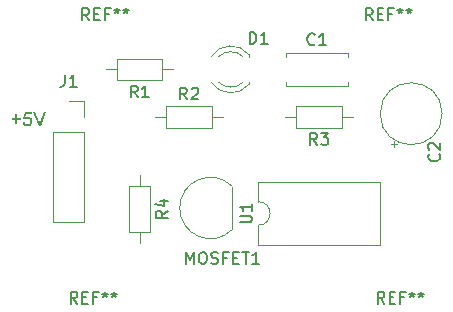
<source format=gbr>
%TF.GenerationSoftware,KiCad,Pcbnew,8.0.8*%
%TF.CreationDate,2025-01-21T12:15:44+05:30*%
%TF.ProjectId,555Timer,35353554-696d-4657-922e-6b696361645f,v1*%
%TF.SameCoordinates,Original*%
%TF.FileFunction,Legend,Top*%
%TF.FilePolarity,Positive*%
%FSLAX46Y46*%
G04 Gerber Fmt 4.6, Leading zero omitted, Abs format (unit mm)*
G04 Created by KiCad (PCBNEW 8.0.8) date 2025-01-21 12:15:44*
%MOMM*%
%LPD*%
G01*
G04 APERTURE LIST*
%ADD10C,0.125000*%
%ADD11C,0.150000*%
%ADD12C,0.120000*%
G04 APERTURE END LIST*
D10*
G36*
X77422930Y-62247179D02*
G01*
X77422930Y-61909538D01*
X77094082Y-61909538D01*
X77094082Y-61759475D01*
X77422930Y-61759475D01*
X77422930Y-61421833D01*
X77563028Y-61421833D01*
X77563028Y-61759475D01*
X77891877Y-61759475D01*
X77891877Y-61909538D01*
X77563028Y-61909538D01*
X77563028Y-62247179D01*
X77422930Y-62247179D01*
G37*
G36*
X78050146Y-62097116D02*
G01*
X78206071Y-62078358D01*
X78221343Y-62137675D01*
X78248458Y-62191419D01*
X78286378Y-62233110D01*
X78337307Y-62264545D01*
X78395573Y-62281471D01*
X78438492Y-62284695D01*
X78502303Y-62277425D01*
X78559644Y-62255614D01*
X78610517Y-62219264D01*
X78619916Y-62210249D01*
X78659019Y-62158787D01*
X78681830Y-62104345D01*
X78692909Y-62042207D01*
X78694068Y-62012120D01*
X78688411Y-61950092D01*
X78668856Y-61890363D01*
X78635334Y-61840309D01*
X78622554Y-61827179D01*
X78573718Y-61791476D01*
X78516239Y-61768996D01*
X78457118Y-61760070D01*
X78435854Y-61759475D01*
X78375716Y-61764468D01*
X78317258Y-61780898D01*
X78306308Y-61785560D01*
X78254944Y-61815528D01*
X78215743Y-61853264D01*
X78076524Y-61834506D01*
X78193468Y-61215497D01*
X78794598Y-61215497D01*
X78794598Y-61365560D01*
X78312170Y-61365560D01*
X78247103Y-61696167D01*
X78295195Y-61662363D01*
X78351427Y-61633897D01*
X78409015Y-61616274D01*
X78467958Y-61609497D01*
X78475422Y-61609412D01*
X78542294Y-61614685D01*
X78604427Y-61630505D01*
X78661818Y-61656872D01*
X78714470Y-61693786D01*
X78742428Y-61719614D01*
X78784911Y-61770729D01*
X78816960Y-61827902D01*
X78838575Y-61891135D01*
X78848796Y-61950156D01*
X78851458Y-62002741D01*
X78848099Y-62062933D01*
X78835689Y-62129173D01*
X78814135Y-62191121D01*
X78783436Y-62248777D01*
X78755910Y-62287332D01*
X78709298Y-62337434D01*
X78656731Y-62377169D01*
X78598208Y-62406539D01*
X78533729Y-62425543D01*
X78475447Y-62433462D01*
X78438492Y-62434757D01*
X78378746Y-62431512D01*
X78314434Y-62419520D01*
X78255928Y-62398693D01*
X78203229Y-62369031D01*
X78169141Y-62342434D01*
X78127884Y-62299039D01*
X78095154Y-62249893D01*
X78070951Y-62194998D01*
X78055275Y-62134352D01*
X78050146Y-62097116D01*
G37*
G36*
X79390160Y-62416000D02*
G01*
X78921800Y-61196739D01*
X79095017Y-61196739D01*
X79408918Y-62076893D01*
X79429353Y-62135365D01*
X79447795Y-62191751D01*
X79465947Y-62251955D01*
X79472519Y-62275316D01*
X79490963Y-62213371D01*
X79509031Y-62157573D01*
X79528490Y-62101728D01*
X79537585Y-62076893D01*
X79864089Y-61196739D01*
X80027341Y-61196739D01*
X79554291Y-62416000D01*
X79390160Y-62416000D01*
G37*
D11*
X82666666Y-77454819D02*
X82333333Y-76978628D01*
X82095238Y-77454819D02*
X82095238Y-76454819D01*
X82095238Y-76454819D02*
X82476190Y-76454819D01*
X82476190Y-76454819D02*
X82571428Y-76502438D01*
X82571428Y-76502438D02*
X82619047Y-76550057D01*
X82619047Y-76550057D02*
X82666666Y-76645295D01*
X82666666Y-76645295D02*
X82666666Y-76788152D01*
X82666666Y-76788152D02*
X82619047Y-76883390D01*
X82619047Y-76883390D02*
X82571428Y-76931009D01*
X82571428Y-76931009D02*
X82476190Y-76978628D01*
X82476190Y-76978628D02*
X82095238Y-76978628D01*
X83095238Y-76931009D02*
X83428571Y-76931009D01*
X83571428Y-77454819D02*
X83095238Y-77454819D01*
X83095238Y-77454819D02*
X83095238Y-76454819D01*
X83095238Y-76454819D02*
X83571428Y-76454819D01*
X84333333Y-76931009D02*
X84000000Y-76931009D01*
X84000000Y-77454819D02*
X84000000Y-76454819D01*
X84000000Y-76454819D02*
X84476190Y-76454819D01*
X85000000Y-76454819D02*
X85000000Y-76692914D01*
X84761905Y-76597676D02*
X85000000Y-76692914D01*
X85000000Y-76692914D02*
X85238095Y-76597676D01*
X84857143Y-76883390D02*
X85000000Y-76692914D01*
X85000000Y-76692914D02*
X85142857Y-76883390D01*
X85761905Y-76454819D02*
X85761905Y-76692914D01*
X85523810Y-76597676D02*
X85761905Y-76692914D01*
X85761905Y-76692914D02*
X86000000Y-76597676D01*
X85619048Y-76883390D02*
X85761905Y-76692914D01*
X85761905Y-76692914D02*
X85904762Y-76883390D01*
X108666666Y-77454819D02*
X108333333Y-76978628D01*
X108095238Y-77454819D02*
X108095238Y-76454819D01*
X108095238Y-76454819D02*
X108476190Y-76454819D01*
X108476190Y-76454819D02*
X108571428Y-76502438D01*
X108571428Y-76502438D02*
X108619047Y-76550057D01*
X108619047Y-76550057D02*
X108666666Y-76645295D01*
X108666666Y-76645295D02*
X108666666Y-76788152D01*
X108666666Y-76788152D02*
X108619047Y-76883390D01*
X108619047Y-76883390D02*
X108571428Y-76931009D01*
X108571428Y-76931009D02*
X108476190Y-76978628D01*
X108476190Y-76978628D02*
X108095238Y-76978628D01*
X109095238Y-76931009D02*
X109428571Y-76931009D01*
X109571428Y-77454819D02*
X109095238Y-77454819D01*
X109095238Y-77454819D02*
X109095238Y-76454819D01*
X109095238Y-76454819D02*
X109571428Y-76454819D01*
X110333333Y-76931009D02*
X110000000Y-76931009D01*
X110000000Y-77454819D02*
X110000000Y-76454819D01*
X110000000Y-76454819D02*
X110476190Y-76454819D01*
X111000000Y-76454819D02*
X111000000Y-76692914D01*
X110761905Y-76597676D02*
X111000000Y-76692914D01*
X111000000Y-76692914D02*
X111238095Y-76597676D01*
X110857143Y-76883390D02*
X111000000Y-76692914D01*
X111000000Y-76692914D02*
X111142857Y-76883390D01*
X111761905Y-76454819D02*
X111761905Y-76692914D01*
X111523810Y-76597676D02*
X111761905Y-76692914D01*
X111761905Y-76692914D02*
X112000000Y-76597676D01*
X111619048Y-76883390D02*
X111761905Y-76692914D01*
X111761905Y-76692914D02*
X111904762Y-76883390D01*
X107666666Y-53454819D02*
X107333333Y-52978628D01*
X107095238Y-53454819D02*
X107095238Y-52454819D01*
X107095238Y-52454819D02*
X107476190Y-52454819D01*
X107476190Y-52454819D02*
X107571428Y-52502438D01*
X107571428Y-52502438D02*
X107619047Y-52550057D01*
X107619047Y-52550057D02*
X107666666Y-52645295D01*
X107666666Y-52645295D02*
X107666666Y-52788152D01*
X107666666Y-52788152D02*
X107619047Y-52883390D01*
X107619047Y-52883390D02*
X107571428Y-52931009D01*
X107571428Y-52931009D02*
X107476190Y-52978628D01*
X107476190Y-52978628D02*
X107095238Y-52978628D01*
X108095238Y-52931009D02*
X108428571Y-52931009D01*
X108571428Y-53454819D02*
X108095238Y-53454819D01*
X108095238Y-53454819D02*
X108095238Y-52454819D01*
X108095238Y-52454819D02*
X108571428Y-52454819D01*
X109333333Y-52931009D02*
X109000000Y-52931009D01*
X109000000Y-53454819D02*
X109000000Y-52454819D01*
X109000000Y-52454819D02*
X109476190Y-52454819D01*
X110000000Y-52454819D02*
X110000000Y-52692914D01*
X109761905Y-52597676D02*
X110000000Y-52692914D01*
X110000000Y-52692914D02*
X110238095Y-52597676D01*
X109857143Y-52883390D02*
X110000000Y-52692914D01*
X110000000Y-52692914D02*
X110142857Y-52883390D01*
X110761905Y-52454819D02*
X110761905Y-52692914D01*
X110523810Y-52597676D02*
X110761905Y-52692914D01*
X110761905Y-52692914D02*
X111000000Y-52597676D01*
X110619048Y-52883390D02*
X110761905Y-52692914D01*
X110761905Y-52692914D02*
X110904762Y-52883390D01*
X83666666Y-53454819D02*
X83333333Y-52978628D01*
X83095238Y-53454819D02*
X83095238Y-52454819D01*
X83095238Y-52454819D02*
X83476190Y-52454819D01*
X83476190Y-52454819D02*
X83571428Y-52502438D01*
X83571428Y-52502438D02*
X83619047Y-52550057D01*
X83619047Y-52550057D02*
X83666666Y-52645295D01*
X83666666Y-52645295D02*
X83666666Y-52788152D01*
X83666666Y-52788152D02*
X83619047Y-52883390D01*
X83619047Y-52883390D02*
X83571428Y-52931009D01*
X83571428Y-52931009D02*
X83476190Y-52978628D01*
X83476190Y-52978628D02*
X83095238Y-52978628D01*
X84095238Y-52931009D02*
X84428571Y-52931009D01*
X84571428Y-53454819D02*
X84095238Y-53454819D01*
X84095238Y-53454819D02*
X84095238Y-52454819D01*
X84095238Y-52454819D02*
X84571428Y-52454819D01*
X85333333Y-52931009D02*
X85000000Y-52931009D01*
X85000000Y-53454819D02*
X85000000Y-52454819D01*
X85000000Y-52454819D02*
X85476190Y-52454819D01*
X86000000Y-52454819D02*
X86000000Y-52692914D01*
X85761905Y-52597676D02*
X86000000Y-52692914D01*
X86000000Y-52692914D02*
X86238095Y-52597676D01*
X85857143Y-52883390D02*
X86000000Y-52692914D01*
X86000000Y-52692914D02*
X86142857Y-52883390D01*
X86761905Y-52454819D02*
X86761905Y-52692914D01*
X86523810Y-52597676D02*
X86761905Y-52692914D01*
X86761905Y-52692914D02*
X87000000Y-52597676D01*
X86619048Y-52883390D02*
X86761905Y-52692914D01*
X86761905Y-52692914D02*
X86904762Y-52883390D01*
X96434819Y-70571904D02*
X97244342Y-70571904D01*
X97244342Y-70571904D02*
X97339580Y-70524285D01*
X97339580Y-70524285D02*
X97387200Y-70476666D01*
X97387200Y-70476666D02*
X97434819Y-70381428D01*
X97434819Y-70381428D02*
X97434819Y-70190952D01*
X97434819Y-70190952D02*
X97387200Y-70095714D01*
X97387200Y-70095714D02*
X97339580Y-70048095D01*
X97339580Y-70048095D02*
X97244342Y-70000476D01*
X97244342Y-70000476D02*
X96434819Y-70000476D01*
X97434819Y-69000476D02*
X97434819Y-69571904D01*
X97434819Y-69286190D02*
X96434819Y-69286190D01*
X96434819Y-69286190D02*
X96577676Y-69381428D01*
X96577676Y-69381428D02*
X96672914Y-69476666D01*
X96672914Y-69476666D02*
X96720533Y-69571904D01*
X90304819Y-69596666D02*
X89828628Y-69929999D01*
X90304819Y-70168094D02*
X89304819Y-70168094D01*
X89304819Y-70168094D02*
X89304819Y-69787142D01*
X89304819Y-69787142D02*
X89352438Y-69691904D01*
X89352438Y-69691904D02*
X89400057Y-69644285D01*
X89400057Y-69644285D02*
X89495295Y-69596666D01*
X89495295Y-69596666D02*
X89638152Y-69596666D01*
X89638152Y-69596666D02*
X89733390Y-69644285D01*
X89733390Y-69644285D02*
X89781009Y-69691904D01*
X89781009Y-69691904D02*
X89828628Y-69787142D01*
X89828628Y-69787142D02*
X89828628Y-70168094D01*
X89638152Y-68739523D02*
X90304819Y-68739523D01*
X89257200Y-68977618D02*
X89971485Y-69215713D01*
X89971485Y-69215713D02*
X89971485Y-68596666D01*
X102953333Y-63994819D02*
X102620000Y-63518628D01*
X102381905Y-63994819D02*
X102381905Y-62994819D01*
X102381905Y-62994819D02*
X102762857Y-62994819D01*
X102762857Y-62994819D02*
X102858095Y-63042438D01*
X102858095Y-63042438D02*
X102905714Y-63090057D01*
X102905714Y-63090057D02*
X102953333Y-63185295D01*
X102953333Y-63185295D02*
X102953333Y-63328152D01*
X102953333Y-63328152D02*
X102905714Y-63423390D01*
X102905714Y-63423390D02*
X102858095Y-63471009D01*
X102858095Y-63471009D02*
X102762857Y-63518628D01*
X102762857Y-63518628D02*
X102381905Y-63518628D01*
X103286667Y-62994819D02*
X103905714Y-62994819D01*
X103905714Y-62994819D02*
X103572381Y-63375771D01*
X103572381Y-63375771D02*
X103715238Y-63375771D01*
X103715238Y-63375771D02*
X103810476Y-63423390D01*
X103810476Y-63423390D02*
X103858095Y-63471009D01*
X103858095Y-63471009D02*
X103905714Y-63566247D01*
X103905714Y-63566247D02*
X103905714Y-63804342D01*
X103905714Y-63804342D02*
X103858095Y-63899580D01*
X103858095Y-63899580D02*
X103810476Y-63947200D01*
X103810476Y-63947200D02*
X103715238Y-63994819D01*
X103715238Y-63994819D02*
X103429524Y-63994819D01*
X103429524Y-63994819D02*
X103334286Y-63947200D01*
X103334286Y-63947200D02*
X103286667Y-63899580D01*
X91953333Y-60154819D02*
X91620000Y-59678628D01*
X91381905Y-60154819D02*
X91381905Y-59154819D01*
X91381905Y-59154819D02*
X91762857Y-59154819D01*
X91762857Y-59154819D02*
X91858095Y-59202438D01*
X91858095Y-59202438D02*
X91905714Y-59250057D01*
X91905714Y-59250057D02*
X91953333Y-59345295D01*
X91953333Y-59345295D02*
X91953333Y-59488152D01*
X91953333Y-59488152D02*
X91905714Y-59583390D01*
X91905714Y-59583390D02*
X91858095Y-59631009D01*
X91858095Y-59631009D02*
X91762857Y-59678628D01*
X91762857Y-59678628D02*
X91381905Y-59678628D01*
X92334286Y-59250057D02*
X92381905Y-59202438D01*
X92381905Y-59202438D02*
X92477143Y-59154819D01*
X92477143Y-59154819D02*
X92715238Y-59154819D01*
X92715238Y-59154819D02*
X92810476Y-59202438D01*
X92810476Y-59202438D02*
X92858095Y-59250057D01*
X92858095Y-59250057D02*
X92905714Y-59345295D01*
X92905714Y-59345295D02*
X92905714Y-59440533D01*
X92905714Y-59440533D02*
X92858095Y-59583390D01*
X92858095Y-59583390D02*
X92286667Y-60154819D01*
X92286667Y-60154819D02*
X92905714Y-60154819D01*
X87763333Y-59994819D02*
X87430000Y-59518628D01*
X87191905Y-59994819D02*
X87191905Y-58994819D01*
X87191905Y-58994819D02*
X87572857Y-58994819D01*
X87572857Y-58994819D02*
X87668095Y-59042438D01*
X87668095Y-59042438D02*
X87715714Y-59090057D01*
X87715714Y-59090057D02*
X87763333Y-59185295D01*
X87763333Y-59185295D02*
X87763333Y-59328152D01*
X87763333Y-59328152D02*
X87715714Y-59423390D01*
X87715714Y-59423390D02*
X87668095Y-59471009D01*
X87668095Y-59471009D02*
X87572857Y-59518628D01*
X87572857Y-59518628D02*
X87191905Y-59518628D01*
X88715714Y-59994819D02*
X88144286Y-59994819D01*
X88430000Y-59994819D02*
X88430000Y-58994819D01*
X88430000Y-58994819D02*
X88334762Y-59137676D01*
X88334762Y-59137676D02*
X88239524Y-59232914D01*
X88239524Y-59232914D02*
X88144286Y-59280533D01*
X91858571Y-74074819D02*
X91858571Y-73074819D01*
X91858571Y-73074819D02*
X92191904Y-73789104D01*
X92191904Y-73789104D02*
X92525237Y-73074819D01*
X92525237Y-73074819D02*
X92525237Y-74074819D01*
X93191904Y-73074819D02*
X93382380Y-73074819D01*
X93382380Y-73074819D02*
X93477618Y-73122438D01*
X93477618Y-73122438D02*
X93572856Y-73217676D01*
X93572856Y-73217676D02*
X93620475Y-73408152D01*
X93620475Y-73408152D02*
X93620475Y-73741485D01*
X93620475Y-73741485D02*
X93572856Y-73931961D01*
X93572856Y-73931961D02*
X93477618Y-74027200D01*
X93477618Y-74027200D02*
X93382380Y-74074819D01*
X93382380Y-74074819D02*
X93191904Y-74074819D01*
X93191904Y-74074819D02*
X93096666Y-74027200D01*
X93096666Y-74027200D02*
X93001428Y-73931961D01*
X93001428Y-73931961D02*
X92953809Y-73741485D01*
X92953809Y-73741485D02*
X92953809Y-73408152D01*
X92953809Y-73408152D02*
X93001428Y-73217676D01*
X93001428Y-73217676D02*
X93096666Y-73122438D01*
X93096666Y-73122438D02*
X93191904Y-73074819D01*
X94001428Y-74027200D02*
X94144285Y-74074819D01*
X94144285Y-74074819D02*
X94382380Y-74074819D01*
X94382380Y-74074819D02*
X94477618Y-74027200D01*
X94477618Y-74027200D02*
X94525237Y-73979580D01*
X94525237Y-73979580D02*
X94572856Y-73884342D01*
X94572856Y-73884342D02*
X94572856Y-73789104D01*
X94572856Y-73789104D02*
X94525237Y-73693866D01*
X94525237Y-73693866D02*
X94477618Y-73646247D01*
X94477618Y-73646247D02*
X94382380Y-73598628D01*
X94382380Y-73598628D02*
X94191904Y-73551009D01*
X94191904Y-73551009D02*
X94096666Y-73503390D01*
X94096666Y-73503390D02*
X94049047Y-73455771D01*
X94049047Y-73455771D02*
X94001428Y-73360533D01*
X94001428Y-73360533D02*
X94001428Y-73265295D01*
X94001428Y-73265295D02*
X94049047Y-73170057D01*
X94049047Y-73170057D02*
X94096666Y-73122438D01*
X94096666Y-73122438D02*
X94191904Y-73074819D01*
X94191904Y-73074819D02*
X94429999Y-73074819D01*
X94429999Y-73074819D02*
X94572856Y-73122438D01*
X95334761Y-73551009D02*
X95001428Y-73551009D01*
X95001428Y-74074819D02*
X95001428Y-73074819D01*
X95001428Y-73074819D02*
X95477618Y-73074819D01*
X95858571Y-73551009D02*
X96191904Y-73551009D01*
X96334761Y-74074819D02*
X95858571Y-74074819D01*
X95858571Y-74074819D02*
X95858571Y-73074819D01*
X95858571Y-73074819D02*
X96334761Y-73074819D01*
X96620476Y-73074819D02*
X97191904Y-73074819D01*
X96906190Y-74074819D02*
X96906190Y-73074819D01*
X98049047Y-74074819D02*
X97477619Y-74074819D01*
X97763333Y-74074819D02*
X97763333Y-73074819D01*
X97763333Y-73074819D02*
X97668095Y-73217676D01*
X97668095Y-73217676D02*
X97572857Y-73312914D01*
X97572857Y-73312914D02*
X97477619Y-73360533D01*
X81596666Y-58074819D02*
X81596666Y-58789104D01*
X81596666Y-58789104D02*
X81549047Y-58931961D01*
X81549047Y-58931961D02*
X81453809Y-59027200D01*
X81453809Y-59027200D02*
X81310952Y-59074819D01*
X81310952Y-59074819D02*
X81215714Y-59074819D01*
X82596666Y-59074819D02*
X82025238Y-59074819D01*
X82310952Y-59074819D02*
X82310952Y-58074819D01*
X82310952Y-58074819D02*
X82215714Y-58217676D01*
X82215714Y-58217676D02*
X82120476Y-58312914D01*
X82120476Y-58312914D02*
X82025238Y-58360533D01*
X97261905Y-55454819D02*
X97261905Y-54454819D01*
X97261905Y-54454819D02*
X97500000Y-54454819D01*
X97500000Y-54454819D02*
X97642857Y-54502438D01*
X97642857Y-54502438D02*
X97738095Y-54597676D01*
X97738095Y-54597676D02*
X97785714Y-54692914D01*
X97785714Y-54692914D02*
X97833333Y-54883390D01*
X97833333Y-54883390D02*
X97833333Y-55026247D01*
X97833333Y-55026247D02*
X97785714Y-55216723D01*
X97785714Y-55216723D02*
X97738095Y-55311961D01*
X97738095Y-55311961D02*
X97642857Y-55407200D01*
X97642857Y-55407200D02*
X97500000Y-55454819D01*
X97500000Y-55454819D02*
X97261905Y-55454819D01*
X98785714Y-55454819D02*
X98214286Y-55454819D01*
X98500000Y-55454819D02*
X98500000Y-54454819D01*
X98500000Y-54454819D02*
X98404762Y-54597676D01*
X98404762Y-54597676D02*
X98309524Y-54692914D01*
X98309524Y-54692914D02*
X98214286Y-54740533D01*
X113289580Y-64786666D02*
X113337200Y-64834285D01*
X113337200Y-64834285D02*
X113384819Y-64977142D01*
X113384819Y-64977142D02*
X113384819Y-65072380D01*
X113384819Y-65072380D02*
X113337200Y-65215237D01*
X113337200Y-65215237D02*
X113241961Y-65310475D01*
X113241961Y-65310475D02*
X113146723Y-65358094D01*
X113146723Y-65358094D02*
X112956247Y-65405713D01*
X112956247Y-65405713D02*
X112813390Y-65405713D01*
X112813390Y-65405713D02*
X112622914Y-65358094D01*
X112622914Y-65358094D02*
X112527676Y-65310475D01*
X112527676Y-65310475D02*
X112432438Y-65215237D01*
X112432438Y-65215237D02*
X112384819Y-65072380D01*
X112384819Y-65072380D02*
X112384819Y-64977142D01*
X112384819Y-64977142D02*
X112432438Y-64834285D01*
X112432438Y-64834285D02*
X112480057Y-64786666D01*
X112480057Y-64405713D02*
X112432438Y-64358094D01*
X112432438Y-64358094D02*
X112384819Y-64262856D01*
X112384819Y-64262856D02*
X112384819Y-64024761D01*
X112384819Y-64024761D02*
X112432438Y-63929523D01*
X112432438Y-63929523D02*
X112480057Y-63881904D01*
X112480057Y-63881904D02*
X112575295Y-63834285D01*
X112575295Y-63834285D02*
X112670533Y-63834285D01*
X112670533Y-63834285D02*
X112813390Y-63881904D01*
X112813390Y-63881904D02*
X113384819Y-64453332D01*
X113384819Y-64453332D02*
X113384819Y-63834285D01*
X102763333Y-55479580D02*
X102715714Y-55527200D01*
X102715714Y-55527200D02*
X102572857Y-55574819D01*
X102572857Y-55574819D02*
X102477619Y-55574819D01*
X102477619Y-55574819D02*
X102334762Y-55527200D01*
X102334762Y-55527200D02*
X102239524Y-55431961D01*
X102239524Y-55431961D02*
X102191905Y-55336723D01*
X102191905Y-55336723D02*
X102144286Y-55146247D01*
X102144286Y-55146247D02*
X102144286Y-55003390D01*
X102144286Y-55003390D02*
X102191905Y-54812914D01*
X102191905Y-54812914D02*
X102239524Y-54717676D01*
X102239524Y-54717676D02*
X102334762Y-54622438D01*
X102334762Y-54622438D02*
X102477619Y-54574819D01*
X102477619Y-54574819D02*
X102572857Y-54574819D01*
X102572857Y-54574819D02*
X102715714Y-54622438D01*
X102715714Y-54622438D02*
X102763333Y-54670057D01*
X103715714Y-55574819D02*
X103144286Y-55574819D01*
X103430000Y-55574819D02*
X103430000Y-54574819D01*
X103430000Y-54574819D02*
X103334762Y-54717676D01*
X103334762Y-54717676D02*
X103239524Y-54812914D01*
X103239524Y-54812914D02*
X103144286Y-54860533D01*
D12*
%TO.C,U1*%
X97980000Y-72460000D02*
X108260000Y-72460000D01*
X108260000Y-72460000D02*
X108260000Y-67160000D01*
X97980000Y-70810000D02*
X97980000Y-72460000D01*
X97980000Y-67160000D02*
X97980000Y-68810000D01*
X108260000Y-67160000D02*
X97980000Y-67160000D01*
X97980000Y-68810000D02*
G75*
G02*
X97980000Y-70810000I0J-1000000D01*
G01*
%TO.C,R4*%
X87930000Y-66560000D02*
X87930000Y-67510000D01*
X88850000Y-67510000D02*
X87010000Y-67510000D01*
X87010000Y-67510000D02*
X87010000Y-71350000D01*
X88850000Y-71350000D02*
X88850000Y-67510000D01*
X87010000Y-71350000D02*
X88850000Y-71350000D01*
X87930000Y-72300000D02*
X87930000Y-71350000D01*
%TO.C,R3*%
X105990000Y-61620000D02*
X105040000Y-61620000D01*
X105040000Y-62540000D02*
X105040000Y-60700000D01*
X105040000Y-60700000D02*
X101200000Y-60700000D01*
X101200000Y-62540000D02*
X105040000Y-62540000D01*
X101200000Y-60700000D02*
X101200000Y-62540000D01*
X100250000Y-61620000D02*
X101200000Y-61620000D01*
%TO.C,R2*%
X89250000Y-61620000D02*
X90200000Y-61620000D01*
X90200000Y-60700000D02*
X90200000Y-62540000D01*
X90200000Y-62540000D02*
X94040000Y-62540000D01*
X94040000Y-60700000D02*
X90200000Y-60700000D01*
X94040000Y-62540000D02*
X94040000Y-60700000D01*
X94990000Y-61620000D02*
X94040000Y-61620000D01*
%TO.C,R1*%
X90800000Y-57620000D02*
X89850000Y-57620000D01*
X89850000Y-58540000D02*
X89850000Y-56700000D01*
X89850000Y-56700000D02*
X86010000Y-56700000D01*
X86010000Y-58540000D02*
X89850000Y-58540000D01*
X86010000Y-56700000D02*
X86010000Y-58540000D01*
X85060000Y-57620000D02*
X86010000Y-57620000D01*
%TO.C,MOSFET1*%
X95780000Y-71150000D02*
X95780000Y-67550000D01*
X95768478Y-71188478D02*
G75*
G02*
X91329999Y-69350000I-1838478J1838478D01*
G01*
X91330000Y-69350000D02*
G75*
G02*
X95768478Y-67511522I2600000J0D01*
G01*
%TO.C,J1*%
X80600000Y-62890000D02*
X80600000Y-70570000D01*
X80600000Y-62890000D02*
X83260000Y-62890000D01*
X80600000Y-70570000D02*
X83260000Y-70570000D01*
X81930000Y-60290000D02*
X83260000Y-60290000D01*
X83260000Y-60290000D02*
X83260000Y-61620000D01*
X83260000Y-62890000D02*
X83260000Y-70570000D01*
%TO.C,D1*%
X97220000Y-58856000D02*
X97220000Y-58700000D01*
X97220000Y-56540000D02*
X97220000Y-56384000D01*
X97220000Y-58855516D02*
G75*
G02*
X93988603Y-58700061I-1560000J1235516D01*
G01*
X96700961Y-58700000D02*
G75*
G02*
X94619090Y-58700049I-1040961J1080000D01*
G01*
X94619090Y-56539951D02*
G75*
G02*
X96700961Y-56540000I1040910J-1080049D01*
G01*
X93988603Y-56539939D02*
G75*
G02*
X97220000Y-56384484I1671397J-1080061D01*
G01*
%TO.C,C2*%
X109455000Y-64174775D02*
X109455000Y-63674775D01*
X109205000Y-63924775D02*
X109705000Y-63924775D01*
X113550000Y-61370000D02*
G75*
G02*
X108310000Y-61370000I-2620000J0D01*
G01*
X108310000Y-61370000D02*
G75*
G02*
X113550000Y-61370000I2620000J0D01*
G01*
%TO.C,C1*%
X100310000Y-56250000D02*
X100310000Y-56565000D01*
X100310000Y-56250000D02*
X105550000Y-56250000D01*
X100310000Y-58675000D02*
X100310000Y-58990000D01*
X100310000Y-58990000D02*
X105550000Y-58990000D01*
X105550000Y-56250000D02*
X105550000Y-56565000D01*
X105550000Y-58675000D02*
X105550000Y-58990000D01*
%TD*%
M02*

</source>
